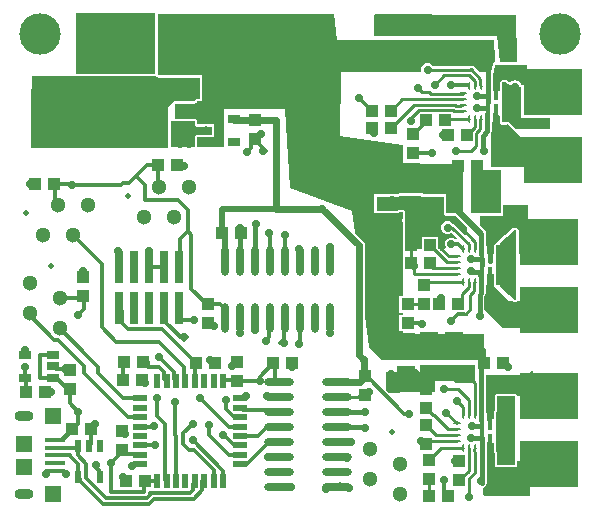
<source format=gtl>
G04*
G04 #@! TF.GenerationSoftware,Altium Limited,CircuitMaker,2.0.3 (2.0.3.51)*
G04*
G04 Layer_Physical_Order=1*
G04 Layer_Color=25308*
%FSLAX25Y25*%
%MOIN*%
G70*
G04*
G04 #@! TF.SameCoordinates,446545F6-0083-4834-B6FB-C9FCCE3C903D*
G04*
G04*
G04 #@! TF.FilePolarity,Positive*
G04*
G01*
G75*
%ADD10C,0.00984*%
%ADD11C,0.01968*%
%ADD16C,0.01181*%
G04:AMPARAMS|DCode=39|XSize=133.86mil|YSize=15.75mil|CornerRadius=3.94mil|HoleSize=0mil|Usage=FLASHONLY|Rotation=90.000|XOffset=0mil|YOffset=0mil|HoleType=Round|Shape=RoundedRectangle|*
%AMROUNDEDRECTD39*
21,1,0.13386,0.00787,0,0,90.0*
21,1,0.12598,0.01575,0,0,90.0*
1,1,0.00787,0.00394,0.06299*
1,1,0.00787,0.00394,-0.06299*
1,1,0.00787,-0.00394,-0.06299*
1,1,0.00787,-0.00394,0.06299*
%
%ADD39ROUNDEDRECTD39*%
%ADD44R,0.02913X0.10984*%
%ADD45R,0.19685X0.15748*%
%ADD46R,0.19685X0.19685*%
%ADD47R,0.02362X0.04331*%
%ADD48R,0.01968X0.04331*%
%ADD49R,0.05512X0.05512*%
%ADD50R,0.07087X0.01575*%
%ADD51O,0.02756X0.09842*%
%ADD52R,0.01968X0.04724*%
%ADD53R,0.04724X0.01968*%
%ADD54O,0.09842X0.02756*%
%ADD55R,0.03937X0.03937*%
G04:AMPARAMS|DCode=56|XSize=9.84mil|YSize=23.62mil|CornerRadius=2.46mil|HoleSize=0mil|Usage=FLASHONLY|Rotation=90.000|XOffset=0mil|YOffset=0mil|HoleType=Round|Shape=RoundedRectangle|*
%AMROUNDEDRECTD56*
21,1,0.00984,0.01870,0,0,90.0*
21,1,0.00492,0.02362,0,0,90.0*
1,1,0.00492,0.00935,0.00246*
1,1,0.00492,0.00935,-0.00246*
1,1,0.00492,-0.00935,-0.00246*
1,1,0.00492,-0.00935,0.00246*
%
%ADD56ROUNDEDRECTD56*%
G04:AMPARAMS|DCode=57|XSize=9.84mil|YSize=23.62mil|CornerRadius=2.46mil|HoleSize=0mil|Usage=FLASHONLY|Rotation=180.000|XOffset=0mil|YOffset=0mil|HoleType=Round|Shape=RoundedRectangle|*
%AMROUNDEDRECTD57*
21,1,0.00984,0.01870,0,0,180.0*
21,1,0.00492,0.02362,0,0,180.0*
1,1,0.00492,-0.00246,0.00935*
1,1,0.00492,0.00246,0.00935*
1,1,0.00492,0.00246,-0.00935*
1,1,0.00492,-0.00246,-0.00935*
%
%ADD57ROUNDEDRECTD57*%
G04:AMPARAMS|DCode=58|XSize=62.01mil|YSize=15.75mil|CornerRadius=3.94mil|HoleSize=0mil|Usage=FLASHONLY|Rotation=90.000|XOffset=0mil|YOffset=0mil|HoleType=Round|Shape=RoundedRectangle|*
%AMROUNDEDRECTD58*
21,1,0.06201,0.00787,0,0,90.0*
21,1,0.05413,0.01575,0,0,90.0*
1,1,0.00787,0.00394,0.02707*
1,1,0.00787,0.00394,-0.02707*
1,1,0.00787,-0.00394,-0.02707*
1,1,0.00787,-0.00394,0.02707*
%
%ADD58ROUNDEDRECTD58*%
%ADD59R,0.03937X0.03937*%
%ADD60R,0.03937X0.02756*%
%ADD61R,0.06299X0.04724*%
%ADD62R,0.02362X0.05512*%
%ADD63R,0.18898X0.07087*%
%ADD64C,0.01575*%
%ADD65C,0.02362*%
%ADD66C,0.01968*%
%ADD67R,0.05118X0.00984*%
%ADD68C,0.05118*%
%ADD69O,0.06299X0.03543*%
%ADD70C,0.02756*%
%ADD71C,0.13780*%
G36*
X161024Y167717D02*
X170472D01*
X170857Y152342D01*
X170508Y151984D01*
X164959D01*
X164173Y160630D01*
X123228D01*
Y167755D01*
X123584Y168106D01*
X161024Y167717D01*
D02*
G37*
G36*
X110776Y159449D02*
X162992D01*
Y152362D01*
X162205Y148819D01*
X158007D01*
X156297Y150529D01*
X156297Y150529D01*
X155874Y150812D01*
X155375Y150911D01*
X154875Y150812D01*
X154747Y150726D01*
X142760D01*
X142229Y151257D01*
X141433Y151587D01*
X140571D01*
X139776Y151257D01*
X139166Y150648D01*
X138837Y149852D01*
Y148991D01*
X138722Y148819D01*
X112154D01*
X112205Y148425D01*
X111614Y127362D01*
X132677Y124286D01*
Y118110D01*
X152756D01*
Y101575D01*
X147739D01*
X147244Y101587D01*
Y107886D01*
X139370D01*
X139370Y108280D01*
X131496D01*
Y108142D01*
X131102Y107886D01*
X130011D01*
X129565Y108071D01*
X128703D01*
X128443Y107963D01*
X128330Y107916D01*
D01*
X128256Y107886D01*
X123228D01*
Y107083D01*
Y102607D01*
Y101587D01*
X131102D01*
Y101724D01*
X131484Y101972D01*
X131497Y101978D01*
X131511Y101980D01*
X132598D01*
X132598Y101980D01*
X132608Y101974D01*
X132608Y101974D01*
X132630Y101952D01*
X132641Y101944D01*
X132649Y101933D01*
X132671Y101911D01*
X132677Y101901D01*
X132677Y101901D01*
X132677Y101901D01*
Y100277D01*
Y100198D01*
X132662Y100120D01*
Y100120D01*
X132661Y100115D01*
Y100115D01*
X132661Y100115D01*
Y100115D01*
X132647Y100046D01*
Y100046D01*
X132647Y100046D01*
X132633Y100012D01*
X132617Y99972D01*
Y99972D01*
X132594Y99918D01*
X132480Y99643D01*
Y99484D01*
Y98942D01*
Y98782D01*
X132541Y98634D01*
Y98634D01*
X132541Y98634D01*
X132552Y98610D01*
X132588Y98523D01*
X132588Y98523D01*
X132588Y98523D01*
Y98523D01*
X132612Y98465D01*
X132617Y98453D01*
Y98453D01*
X132647Y98380D01*
X132662Y98305D01*
X132662Y98305D01*
X132677Y98228D01*
Y98149D01*
Y93701D01*
Y89764D01*
Y88189D01*
Y87795D01*
Y82284D01*
Y74016D01*
X131496D01*
Y68504D01*
X132677D01*
Y67716D01*
X131496D01*
Y62205D01*
X132677D01*
Y61417D01*
X159843D01*
Y52756D01*
X125591D01*
X121359Y56987D01*
X120117Y67305D01*
Y90945D01*
X119990Y91585D01*
X119965Y91713D01*
X119529Y92364D01*
X116769Y95125D01*
X115894Y102389D01*
X95016Y110083D01*
X93297Y136221D01*
X73228D01*
Y123622D01*
X64173D01*
Y126890D01*
X64186Y126955D01*
X64252Y126969D01*
X69685D01*
Y131299D01*
X67065D01*
X66929Y131326D01*
X66793Y131299D01*
X64252D01*
X64186Y131312D01*
X64173Y131378D01*
Y132283D01*
X64112Y132591D01*
X63938Y132851D01*
X63678Y133025D01*
X63370Y133086D01*
X56693D01*
Y138174D01*
X63370D01*
X63448Y138189D01*
X63527D01*
X63600Y138219D01*
X63678Y138235D01*
X63743Y138279D01*
X63816Y138309D01*
X63872Y138365D01*
X63938Y138409D01*
X63938Y138409D01*
D01*
X63982Y138475D01*
X64038Y138530D01*
X64068Y138603D01*
X64112Y138669D01*
X64127Y138747D01*
X64158Y138820D01*
X64171Y138886D01*
X64198Y138952D01*
X64243Y138970D01*
X64252Y138976D01*
X64252Y138976D01*
X64331D01*
X65748D01*
Y147638D01*
X51339D01*
X51260D01*
X51260D01*
X51260Y147638D01*
X51260D01*
X51253Y147642D01*
X51212Y147659D01*
X51181Y147666D01*
Y168110D01*
X109653D01*
X110776Y159449D01*
D02*
G37*
G36*
X50000Y148047D02*
X23622D01*
Y168504D01*
X50000D01*
Y148047D01*
D02*
G37*
G36*
X174016Y144488D02*
X172175D01*
X172106Y144502D01*
X172066Y144561D01*
X171976Y144780D01*
D01*
X171914Y144927D01*
X171418Y145423D01*
X171418Y145424D01*
X171418Y145424D01*
X171305Y145536D01*
X171158Y145598D01*
X171158Y145598D01*
X171158D01*
X170907Y145701D01*
X170509Y145866D01*
X169648D01*
X169250Y145701D01*
X169000Y145598D01*
D01*
X168852Y145536D01*
X168739Y145424D01*
X168739Y145424D01*
X168739Y145423D01*
X168579Y145263D01*
X168569Y145256D01*
X168556D01*
X168225Y145312D01*
X168185Y145327D01*
X168150Y145333D01*
X168117Y145349D01*
X168077Y145361D01*
X168050Y145374D01*
X168049Y145375D01*
X168009Y145401D01*
X167978Y145438D01*
X167978Y145438D01*
X167781Y145733D01*
X167557Y145883D01*
X167523Y145906D01*
X167523Y145906D01*
D01*
X167523Y145906D01*
X167523Y145906D01*
X167390Y145994D01*
X167233Y146026D01*
X167233Y146026D01*
X167233D01*
X167233Y146026D01*
X167007Y146071D01*
X167007D01*
X166929Y146086D01*
X166142D01*
X165681Y145994D01*
X165290Y145733D01*
X165029Y145343D01*
X164937Y144882D01*
Y142224D01*
X163779D01*
X162629Y142368D01*
Y148139D01*
X162636Y148142D01*
X162699Y148202D01*
X162772Y148251D01*
X162811Y148310D01*
X162862Y148358D01*
X162898Y148439D01*
X162946Y148512D01*
X162960Y148581D01*
X162988Y148645D01*
X163552Y151181D01*
X174016D01*
Y144488D01*
D02*
G37*
G36*
X50514Y147219D02*
X50569Y147164D01*
X50613Y147098D01*
X50679Y147054D01*
X50735Y146998D01*
X50808Y146968D01*
X50874Y146924D01*
X50905Y146918D01*
X50946Y146900D01*
X50953Y146896D01*
X51007Y146885D01*
X51025Y146878D01*
X51048Y146874D01*
X51104Y146850D01*
X51183D01*
X51260Y146835D01*
X64945D01*
Y139779D01*
X64252D01*
X64224Y139774D01*
X64195Y139777D01*
X64147Y139764D01*
X64096Y139764D01*
X64023Y139734D01*
X63945Y139718D01*
X63935Y139712D01*
X63935Y139711D01*
X63895Y139695D01*
X63893Y139694D01*
X63892Y139694D01*
X63891Y139693D01*
X63891Y139693D01*
X63835Y139656D01*
X63806Y139644D01*
X63797Y139637D01*
X63775Y139615D01*
X63630Y139519D01*
X63630Y139519D01*
X63509Y139337D01*
X63503Y139332D01*
X63500Y139324D01*
X63456Y139259D01*
X63429Y139193D01*
X63416Y139127D01*
X63386Y139054D01*
X63384Y139042D01*
X63384Y139042D01*
X63370Y138976D01*
X62870Y138976D01*
X56299D01*
X54331Y137008D01*
Y123228D01*
X9055D01*
X8661Y142913D01*
X9055Y143307D01*
Y147244D01*
X50503D01*
X50514Y147219D01*
D02*
G37*
G36*
X167077Y145238D02*
X167111Y145216D01*
X167111Y145216D01*
X167202Y145155D01*
X167310Y144992D01*
X167338Y144964D01*
X167342Y144956D01*
X167351Y144946D01*
X167368Y144916D01*
X167399Y144880D01*
X167460Y144832D01*
X167480Y144808D01*
X167481Y144808D01*
X167482Y144808D01*
X167482Y144807D01*
X167482Y144807D01*
X167508Y144789D01*
X167563Y144734D01*
X167603Y144707D01*
X167635Y144694D01*
X167645Y144686D01*
X167655Y144683D01*
X167686Y144659D01*
X167712Y144645D01*
X167732Y144640D01*
X167743Y144633D01*
X167764Y144628D01*
X167785Y144617D01*
X167821Y144607D01*
X167859Y144588D01*
X167900Y144577D01*
X167939Y144562D01*
X167981Y144554D01*
X168016Y144541D01*
X168052Y144535D01*
X168091Y144520D01*
X168422Y144464D01*
X168434Y144465D01*
X168435Y144464D01*
X168491Y144466D01*
X168556Y144453D01*
X168569D01*
X168657Y144471D01*
X168748Y144473D01*
X168809Y144501D01*
X168876Y144514D01*
X168951Y144564D01*
X169034Y144601D01*
X169044Y144609D01*
X169089Y144657D01*
X169136Y144688D01*
X169137Y144689D01*
X169146Y144695D01*
X169307Y144856D01*
X169307Y144856D01*
X169808Y145063D01*
X170350D01*
X170600Y144960D01*
X170600Y144960D01*
X170851Y144856D01*
X170851Y144856D01*
X171234Y144473D01*
X171324Y144254D01*
X171368Y144188D01*
X171399Y144115D01*
X171438Y144056D01*
X171438Y144056D01*
X171494Y144000D01*
X171498Y143993D01*
X171505Y143989D01*
X171660Y143834D01*
X171862Y143751D01*
X171868Y143746D01*
X171876Y143745D01*
X171949Y143715D01*
X172047Y143255D01*
Y133465D01*
X181890D01*
Y129528D01*
X170427D01*
X168168Y131786D01*
X168168Y131786D01*
X168112Y131842D01*
X168046Y131886D01*
X167991Y131942D01*
X167918Y131972D01*
X167852Y132016D01*
X167852Y132016D01*
X167852Y132016D01*
X167774Y132031D01*
X167701Y132062D01*
X167622D01*
X167545Y132077D01*
X167545Y132077D01*
X167545Y132077D01*
X167467Y132062D01*
X167388D01*
X167315Y132031D01*
X167267Y132022D01*
X167205Y132029D01*
X166951Y132134D01*
X166892Y132177D01*
X166767Y132348D01*
X166164Y144807D01*
X166642Y145283D01*
X166850D01*
X167077Y145238D01*
D02*
G37*
G36*
X63370Y131299D02*
X63432Y130992D01*
X63605Y130731D01*
X63866Y130558D01*
X64173Y130496D01*
X65129D01*
X65539Y129996D01*
X65524Y129921D01*
X65631Y129384D01*
X65936Y128928D01*
X66132Y128731D01*
X66588Y128426D01*
X67126Y128320D01*
X67664Y128426D01*
X68119Y128731D01*
X68382Y129124D01*
X68623Y129123D01*
X68882Y129041D01*
Y127771D01*
X64173D01*
X63866Y127710D01*
X63605Y127536D01*
X63432Y127276D01*
X63370Y126969D01*
Y123622D01*
X55512D01*
Y132283D01*
X63370D01*
Y131299D01*
D02*
G37*
G36*
X163779Y134941D02*
X163878D01*
X164937Y133881D01*
Y132283D01*
X165029Y131823D01*
X165290Y131432D01*
X165681Y131171D01*
X166142Y131079D01*
X166929D01*
X167390Y131171D01*
X167545Y131274D01*
X167545D01*
X167600Y131219D01*
X167601Y131218D01*
X171653Y127165D01*
X174016D01*
Y117323D01*
X173853Y116929D01*
X165432D01*
X165354Y116945D01*
X162205D01*
Y128297D01*
X162212Y128307D01*
X162334Y128922D01*
Y131529D01*
X162530Y131823D01*
X162622Y132283D01*
Y134889D01*
X163026Y135183D01*
X163779Y134941D01*
D02*
G37*
G36*
X138802Y107318D02*
X138802Y107318D01*
X138802Y107318D01*
X138906Y107249D01*
X139063Y107144D01*
X139063Y107144D01*
X139063Y107144D01*
X139370Y107083D01*
X146441D01*
Y101587D01*
X146470Y101442D01*
X146495Y101297D01*
X146501Y101289D01*
X146502Y101279D01*
X146584Y101157D01*
X146663Y101033D01*
X146671Y101027D01*
X146676Y101019D01*
X146799Y100937D01*
X146919Y100853D01*
X146929Y100850D01*
X146937Y100845D01*
X147081Y100816D01*
X147225Y100784D01*
X147720Y100772D01*
X147730Y100774D01*
X147739Y100772D01*
X150217D01*
X153937Y97052D01*
Y94624D01*
X153475Y94433D01*
X150135Y97773D01*
X149712Y98055D01*
X149441Y98110D01*
X148864Y98686D01*
X148068Y99015D01*
X147207D01*
X146411Y98686D01*
X145802Y98077D01*
X145472Y97281D01*
Y96420D01*
X145802Y95624D01*
X146411Y95015D01*
X147207Y94685D01*
X148068D01*
X148864Y95015D01*
X149034Y95184D01*
X150737Y93481D01*
X150561Y92950D01*
X150306Y92914D01*
X150045Y93174D01*
X149249Y93504D01*
X148388D01*
X147592Y93174D01*
X146983Y92565D01*
X146653Y91769D01*
Y90908D01*
X146920Y90264D01*
X146678Y89764D01*
X144758D01*
X144488Y90034D01*
Y93701D01*
X138976D01*
Y89764D01*
X133480D01*
Y92126D01*
Y93701D01*
Y98228D01*
X133465Y98305D01*
Y98384D01*
X133449Y98462D01*
X133449Y98462D01*
X133434Y98536D01*
X133404Y98609D01*
X133389Y98687D01*
X133358Y98760D01*
X133358Y98760D01*
X133358Y98760D01*
D01*
X133358Y98760D01*
X133358Y98760D01*
X133329Y98830D01*
X133329Y98830D01*
X133329Y98830D01*
X133329Y98830D01*
X133306Y98886D01*
X133293Y98917D01*
X133293Y98917D01*
X133293Y98917D01*
X133292Y98921D01*
X133283Y98942D01*
X133283Y98942D01*
Y98942D01*
Y98942D01*
Y99484D01*
Y99484D01*
X133389Y99738D01*
X133389Y99738D01*
X133404Y99816D01*
X133434Y99889D01*
X133448Y99958D01*
Y99958D01*
X133448Y99958D01*
X133449Y99965D01*
X133465Y100041D01*
Y100120D01*
X133480Y100198D01*
Y101901D01*
X133465Y101979D01*
X133465Y102058D01*
X133457Y102076D01*
X133456Y102096D01*
X133456Y102096D01*
X133435Y102139D01*
X133427Y102187D01*
X133427Y102187D01*
X133421Y102197D01*
X133419Y102208D01*
X133413Y102218D01*
X133412Y102218D01*
X133375Y102274D01*
X133345Y102347D01*
X133338Y102357D01*
X133328Y102367D01*
X133322Y102379D01*
X133296Y102402D01*
X133285Y102414D01*
X133261Y102453D01*
X133251Y102459D01*
X133238Y102479D01*
X133216Y102501D01*
X133205Y102508D01*
X133198Y102519D01*
X133176Y102541D01*
X133152Y102557D01*
X133134Y102580D01*
X133098Y102601D01*
X133087Y102612D01*
X133076Y102619D01*
X133054Y102641D01*
X133044Y102648D01*
X133033Y102653D01*
X133023Y102661D01*
X132961Y102685D01*
X132915Y102715D01*
X132915Y102716D01*
X132905Y102722D01*
X132875Y102728D01*
X132862Y102735D01*
X132862Y102735D01*
X132820Y102741D01*
X132755Y102768D01*
X132742D01*
X132730Y102772D01*
X132730Y102772D01*
X132663Y102770D01*
X132598Y102783D01*
X131511D01*
X131497Y102780D01*
X131497Y102780D01*
X131438Y102769D01*
X131364Y102770D01*
X131349Y102767D01*
X131272Y102736D01*
X131190Y102719D01*
X131177Y102714D01*
X131116Y102673D01*
X131059Y102650D01*
X131058Y102650D01*
X131045Y102645D01*
X130664Y102396D01*
X130657Y102389D01*
X124064D01*
X124031Y102607D01*
Y107083D01*
X128256D01*
X128564Y107144D01*
X128863Y107268D01*
X129405D01*
X129704Y107144D01*
X130011Y107083D01*
X131102D01*
X131175Y107097D01*
X131245Y107097D01*
X131245Y107097D01*
X131250Y107097D01*
X131327Y107128D01*
X131410Y107144D01*
X131413Y107147D01*
X131415Y107147D01*
X131472Y107186D01*
X131541Y107213D01*
X131934Y107470D01*
X131941Y107477D01*
X138697D01*
X138802Y107318D01*
D02*
G37*
G36*
X165354Y101575D02*
X155512D01*
Y116142D01*
X165354D01*
Y101575D01*
D02*
G37*
G36*
X174409Y87934D02*
X174311Y87894D01*
X171275D01*
Y95858D01*
X171248Y95997D01*
X171225Y96137D01*
X171217Y96150D01*
X171214Y96166D01*
X171135Y96283D01*
X171062Y96404D01*
X171049Y96413D01*
X171040Y96426D01*
X170922Y96505D01*
X170808Y96588D01*
X170354Y96797D01*
X170216Y96830D01*
X170080Y96868D01*
X170064Y96866D01*
X170049Y96870D01*
X169909Y96847D01*
X169769Y96830D01*
X169755Y96823D01*
X169740Y96820D01*
X169619Y96746D01*
X169496Y96677D01*
X164438Y92342D01*
X164419Y92317D01*
X164393Y92300D01*
X164323Y92195D01*
X164245Y92096D01*
X164236Y92066D01*
X164219Y92040D01*
X164194Y91916D01*
X164160Y91794D01*
X164164Y91763D01*
X164162Y91753D01*
X163712Y91664D01*
X163322Y91403D01*
X163061Y91012D01*
X162969Y90551D01*
Y87894D01*
X161811D01*
X161009Y87884D01*
X160653Y88235D01*
Y90551D01*
X160561Y91012D01*
X160365Y91305D01*
Y91453D01*
X160365Y91453D01*
Y93998D01*
X160429Y94092D01*
X160566Y94784D01*
X160429Y95475D01*
X160037Y96061D01*
X158540Y97558D01*
Y100772D01*
X165354D01*
X165662Y100833D01*
X165922Y101007D01*
X166096Y101268D01*
X166157Y101575D01*
Y104331D01*
X174409D01*
Y87934D01*
D02*
G37*
G36*
X170472Y95858D02*
Y73039D01*
X170018Y72830D01*
X164961Y77165D01*
Y91732D01*
X170018Y96067D01*
X170472Y95858D01*
D02*
G37*
G36*
X162969Y77953D02*
X163061Y77492D01*
X163322Y77101D01*
X163708Y76843D01*
X168110Y72441D01*
X169239D01*
X169496Y72221D01*
X169619Y72151D01*
X169740Y72077D01*
X169755Y72075D01*
X169769Y72067D01*
X169909Y72050D01*
X170049Y72028D01*
X170064Y72032D01*
X170080Y72030D01*
X170216Y72068D01*
X170354Y72101D01*
X170808Y72310D01*
X170922Y72393D01*
X170994Y72441D01*
X175984D01*
Y63386D01*
X166142D01*
X159873Y69654D01*
Y73828D01*
X159895Y73849D01*
X159895Y73849D01*
X160243Y74370D01*
X160365Y74985D01*
Y77199D01*
X160561Y77492D01*
X160653Y77953D01*
Y81496D01*
X162969D01*
Y77953D01*
D02*
G37*
G36*
X156693Y44882D02*
X150394D01*
X149606Y45669D01*
X143307D01*
Y42126D01*
X142520D01*
X142126Y41732D01*
X141732Y42126D01*
X135433D01*
X128052Y41774D01*
X127165Y42662D01*
Y48819D01*
X138189D01*
X140551Y51181D01*
X156693D01*
Y44882D01*
D02*
G37*
G36*
X175984Y48953D02*
Y40551D01*
X170882D01*
X170820Y40858D01*
X170646Y41119D01*
X170386Y41293D01*
X170079Y41354D01*
X164173D01*
X163866Y41293D01*
X163605Y41119D01*
X163432Y40858D01*
X163370Y40551D01*
Y35923D01*
X163322Y35891D01*
X163061Y35500D01*
X162969Y35039D01*
Y33071D01*
X162500D01*
X161811Y32382D01*
X160653Y32451D01*
Y35039D01*
X160561Y35500D01*
X160365Y35793D01*
Y47638D01*
X174016D01*
X175522Y49144D01*
X175984Y48953D01*
D02*
G37*
G36*
X170079Y30709D02*
Y27559D01*
Y17717D01*
X164173D01*
Y40551D01*
X170079D01*
Y30709D01*
D02*
G37*
G36*
X161811Y25098D02*
X162969D01*
Y22441D01*
X163061Y21980D01*
X163322Y21589D01*
X163370Y21557D01*
Y17717D01*
X163432Y17409D01*
X163605Y17149D01*
X163866Y16975D01*
X164173Y16914D01*
X170079D01*
X170386Y16975D01*
X170646Y17149D01*
X170820Y17409D01*
X170882Y17717D01*
Y18898D01*
X175197D01*
Y7480D01*
X159612D01*
X159449Y7874D01*
Y10187D01*
X159888Y10369D01*
X160497Y10978D01*
X160826Y11774D01*
Y12635D01*
X160661Y13035D01*
Y25197D01*
X161713D01*
X161811Y25098D01*
D02*
G37*
D10*
X150394Y122441D02*
X155511D01*
X155512Y122441D01*
X153051Y68012D02*
X153680D01*
X154823Y13341D02*
X156595Y15113D01*
X154823Y10100D02*
Y13341D01*
X154724Y10001D02*
X154823Y10100D01*
X154724Y7087D02*
Y10001D01*
X117815Y40453D02*
X119587D01*
X146358Y147539D02*
X154618D01*
X143307Y144488D02*
X146358Y147539D01*
X141002Y149421D02*
X155190D01*
X155375Y149606D01*
X142043Y141437D02*
X146039D01*
X141543Y141937D02*
X142043Y141437D01*
X139165Y141937D02*
X141543D01*
X145305Y139665D02*
X150620D01*
X145305Y139665D02*
X145305Y139665D01*
X132579Y139665D02*
X145305D01*
X136516Y137697D02*
X150083D01*
X138053Y135925D02*
X149349D01*
X146039Y141437D02*
X152657D01*
X150718Y139567D02*
X152756D01*
X150620Y139665D02*
X150718Y139567D01*
X155375Y149606D02*
X158465Y146516D01*
X146039Y141437D02*
X146039Y141437D01*
X150280Y137500D02*
X151944D01*
X150083Y137697D02*
X150280Y137500D01*
X149349Y135925D02*
X149644Y135630D01*
X151944Y137500D02*
X152141Y137697D01*
X154618Y147539D02*
X156595Y145563D01*
X145276Y23228D02*
X152756D01*
X141339Y19291D02*
X145276Y23228D01*
X147676Y29724D02*
X150787D01*
X143050Y34350D02*
X147676Y29724D01*
X154724Y34252D02*
Y39370D01*
X151184Y42910D02*
X154724Y39370D01*
X146446Y42910D02*
X151184D01*
X142815Y34350D02*
X143050D01*
X140551Y36614D02*
X142815Y34350D01*
X155217Y69549D02*
Y74365D01*
X153680Y68012D02*
X155217Y69549D01*
X143898Y27756D02*
X150787D01*
X140551Y31102D02*
X143898Y27756D01*
X127953Y45669D02*
X129134Y44488D01*
Y43701D02*
Y44488D01*
X119488Y42126D02*
X121260D01*
X153347Y48228D02*
X153937Y47638D01*
X150209Y48228D02*
X153347D01*
X141732Y90945D02*
X147441Y85236D01*
X150787D01*
X148097Y87205D02*
X150787D01*
X145177Y90125D02*
X148097Y87205D01*
X155217Y74365D02*
X156496Y75644D01*
X154724Y77165D02*
Y78740D01*
X152362Y74803D02*
X154724Y77165D01*
X152362Y72441D02*
Y74803D01*
X151181Y71260D02*
X152362Y72441D01*
X135433Y132283D02*
Y133306D01*
X138053Y135925D01*
X128740Y129921D02*
X136516Y137697D01*
Y81299D02*
Y83957D01*
Y81299D02*
X150787D01*
X128740Y135827D02*
X132579Y139665D01*
X137795Y143307D02*
X139165Y141937D01*
X118110Y140157D02*
X122441Y135827D01*
X135707Y90945D02*
X136987Y92224D01*
X135433Y90945D02*
X135707D01*
X85039Y127953D02*
X85384D01*
X107087Y9665D02*
X107874Y10453D01*
X150590Y31693D02*
X150787D01*
X147244Y35039D02*
X150590Y31693D01*
X150000Y18898D02*
X151575D01*
X145276Y71653D02*
Y73228D01*
X144882Y71260D02*
X145276Y71653D01*
X146063Y127559D02*
X147638D01*
X149618Y48819D02*
X150209Y48228D01*
X149606Y48831D02*
X149618Y48819D01*
X150394D01*
X149606D02*
X149618D01*
X142934Y96063D02*
X145177Y93820D01*
X140825Y96063D02*
X142934D01*
X117815Y40453D02*
X119488Y42126D01*
X119587Y40453D02*
X120079Y40945D01*
X83465Y126378D02*
X85039Y127953D01*
X157480Y111024D02*
X163779Y104724D01*
X157087Y103150D02*
Y111417D01*
X134646Y91732D02*
Y99213D01*
X151575Y12598D02*
X154823Y15846D01*
Y21396D01*
X156595Y15113D02*
Y22130D01*
X156496Y22228D02*
Y23031D01*
Y22228D02*
X156595Y22130D01*
X154724Y21495D02*
Y23228D01*
Y21495D02*
X154823Y21396D01*
X156496Y23031D02*
X156693Y23228D01*
X158465Y129581D02*
Y132874D01*
X157185Y128302D02*
X158465Y129581D01*
X157185Y124114D02*
Y128302D01*
X155512Y122441D02*
X157185Y124114D01*
X158465Y132874D02*
X158661Y133071D01*
X157480Y117323D02*
Y118110D01*
Y111024D02*
Y117323D01*
X153937Y47638D02*
X156693Y44882D01*
Y89764D02*
Y92126D01*
X148917Y99901D02*
X156693Y92126D01*
X146374Y99901D02*
X148917D01*
X147637Y96850D02*
X149213D01*
X154724Y89764D02*
Y91339D01*
X149213Y96850D02*
X154724Y91339D01*
X156496Y75644D02*
Y78543D01*
X156693Y78740D01*
X140551Y24803D02*
X141339Y25591D01*
X110827Y40453D02*
X117815D01*
X158465Y144291D02*
Y146516D01*
Y144291D02*
X158661Y144095D01*
X152657Y141437D02*
X152756Y141535D01*
X152141Y137697D02*
X152657D01*
X152756Y137598D01*
X149644Y135630D02*
X152756D01*
X122441Y135827D02*
X122441Y135827D01*
X156595Y144193D02*
X156693Y144095D01*
X156595Y144193D02*
Y145563D01*
X136221Y127953D02*
X140551Y132283D01*
Y132677D01*
X146850D02*
X147244Y133071D01*
X154724D01*
X153937Y127559D02*
X156693Y130315D01*
Y133071D01*
X157087Y111417D02*
X157480Y111024D01*
Y109055D02*
Y111024D01*
Y109055D02*
X159449Y107087D01*
X163779Y104724D02*
Y110630D01*
Y103543D02*
Y104724D01*
X157087Y103150D02*
X159449Y105512D01*
Y107087D01*
X134646Y91732D02*
X135433Y90945D01*
X145177Y90125D02*
Y93820D01*
X135433Y85039D02*
Y90945D01*
X141732D02*
X141852D01*
X135433Y85039D02*
X136516Y83957D01*
X142717Y83268D02*
X150787D01*
X141732Y84252D02*
X142717Y83268D01*
X134252Y71260D02*
X139764D01*
Y77559D02*
X140945Y78740D01*
X152756D01*
X134646Y45669D02*
X135433D01*
X127953D02*
X128347Y46063D01*
X156693Y34252D02*
Y44882D01*
X150787Y38976D02*
X152756Y37008D01*
X141339Y7480D02*
Y12992D01*
Y25591D02*
X150000D01*
X149803Y25787D02*
X150000Y25591D01*
X149803Y25787D02*
X150787D01*
X152756Y34252D02*
Y37008D01*
D11*
X15354Y84016D02*
D03*
X7087Y101575D02*
D03*
X41063Y107323D02*
D03*
X128976Y28622D02*
D03*
D16*
X48720Y83563D02*
X53051D01*
X58071Y66339D02*
X58268Y66142D01*
X58071Y66339D02*
Y69882D01*
X58268Y66142D02*
X62992D01*
X59842Y60236D02*
X60630D01*
X53051Y69882D02*
X53150Y69784D01*
X53543Y65512D02*
Y68898D01*
X48031Y84252D02*
X48720Y83563D01*
X59724Y59331D02*
X60630Y60236D01*
X48031Y88976D02*
X48819D01*
X52658Y69784D02*
X53543Y68898D01*
Y65512D02*
X59724Y59331D01*
X52658Y69784D02*
X53150D01*
X53051Y69882D02*
Y71850D01*
X37992Y69980D02*
Y70768D01*
X37795Y87500D02*
Y88976D01*
X50394Y110236D02*
X51181Y111024D01*
X73228Y46063D02*
X77953D01*
X25472Y73504D02*
X26378Y72598D01*
X16535Y111417D02*
X22441D01*
X38189Y23228D02*
X38976Y22441D01*
X150984Y67913D02*
X153051D01*
X148819Y65748D02*
X150984Y67913D01*
X113799Y20453D02*
X114173Y20079D01*
X110827Y20453D02*
X113799D01*
X53543Y12598D02*
Y31226D01*
X45079Y30512D02*
X49409D01*
X49606Y30709D01*
X50787Y33982D02*
X53543Y31226D01*
X50787Y33982D02*
Y40157D01*
X56693Y27587D02*
X57087Y27193D01*
Y12205D02*
Y27193D01*
X56693Y27587D02*
Y38583D01*
X49803Y24213D02*
X50000Y24409D01*
X59449Y24680D02*
X61294Y22835D01*
X59449Y24680D02*
Y28346D01*
X62964Y22835D02*
X69685Y16114D01*
X61294Y22835D02*
X62964D01*
X69685Y12205D02*
Y16114D01*
X59449Y28346D02*
X62598Y31496D01*
X72835Y12205D02*
Y15748D01*
X62598Y25984D02*
X72835Y15748D01*
X53543Y12598D02*
X53937Y12205D01*
X68110Y27829D02*
X74876Y21063D01*
X68110Y27829D02*
Y31102D01*
X148819Y144488D02*
X154331D01*
X62205Y76378D02*
X66929Y71653D01*
X62205Y76378D02*
Y94488D01*
X40945Y62992D02*
X52362D01*
X38976Y64961D02*
X40945Y62992D01*
X38976Y64961D02*
Y68996D01*
X52362Y62992D02*
X63779Y51575D01*
X37992Y69980D02*
X38976Y68996D01*
X91732Y58268D02*
X92913Y59449D01*
X87008Y59055D02*
X88189Y60236D01*
Y63898D01*
X91732Y58268D02*
X92913D01*
X98228Y58071D02*
X98425Y58268D01*
X84949Y47153D02*
X89370Y51575D01*
X84949Y45669D02*
Y47153D01*
X87539Y30453D02*
X91535D01*
X84449Y27362D02*
X87539Y30453D01*
X78543Y27362D02*
X84449D01*
X39370Y51575D02*
X39764Y51968D01*
X39370Y46063D02*
Y51575D01*
X32283Y63555D02*
X37177Y58661D01*
X32283Y63555D02*
Y84803D01*
X51575Y58661D02*
X59842Y50394D01*
X37177Y58661D02*
X51575D01*
X59842Y46063D02*
Y50394D01*
X56299Y46457D02*
X57087Y45669D01*
X56299Y46457D02*
Y48819D01*
X51575Y53543D02*
X56299Y48819D01*
X46063Y51968D02*
X47638D01*
Y50394D02*
Y51968D01*
X51358Y50394D02*
X53150Y48602D01*
X47638Y50394D02*
X51358D01*
X53150Y46457D02*
X53937Y45669D01*
X53150Y46457D02*
Y48602D01*
X57874Y105905D02*
X61024Y102756D01*
X46850Y105905D02*
X57874D01*
X46850D02*
Y111024D01*
X43824Y114049D02*
X46850Y111024D01*
X41429Y111653D02*
X43824Y114049D01*
X65748Y9272D02*
Y12205D01*
X24409Y13780D02*
X25197Y12992D01*
Y12393D02*
Y12992D01*
Y12393D02*
X32866Y4724D01*
X48425Y8445D02*
X49024D01*
X49044Y8465D01*
X55492D01*
X27165Y13209D02*
Y18138D01*
Y13209D02*
X33681Y6693D01*
X47272D01*
X55532Y8465D02*
X61791D01*
X48425Y7846D02*
Y8445D01*
X62972Y6496D02*
X65748Y9272D01*
X49859Y6496D02*
X62972D01*
X32866Y4724D02*
X48087D01*
X65748Y12205D02*
X66535D01*
X48087Y4724D02*
X49859Y6496D01*
X47272Y6693D02*
X48425Y7846D01*
X55492Y8465D02*
X55512Y8484D01*
X55512D01*
X55532Y8465D01*
X61791D02*
X62598Y9272D01*
Y11417D01*
X62598D01*
X63386Y12205D01*
X20017Y49409D02*
X21654D01*
X16142Y46850D02*
X17126D01*
X20669Y43307D01*
X21654D01*
X24409Y31496D02*
Y35433D01*
X26547Y50618D02*
X26547Y48256D01*
X17717Y59449D02*
X26547Y50618D01*
X16535Y59449D02*
X17717D01*
X26547Y48256D02*
X29134Y45669D01*
X8268Y67716D02*
X16535Y59449D01*
X8268Y67716D02*
Y68504D01*
X133194Y34646D02*
X134646D01*
X31102Y48425D02*
X39567Y39961D01*
X29134Y45669D02*
X41142Y33661D01*
X31102Y48425D02*
Y50394D01*
X39567Y39961D02*
X45079D01*
X41142Y33661D02*
X45079D01*
X64961Y40157D02*
X74606Y30512D01*
X79331Y36024D02*
X91535D01*
X78543Y36811D02*
X79331Y36024D01*
X91535Y35453D02*
Y36024D01*
X76398Y33661D02*
X78543D01*
X73622Y36437D02*
Y39370D01*
Y36437D02*
X76398Y33661D01*
X74876Y21063D02*
X78543D01*
X72835Y27559D02*
X73051D01*
X76398Y24213D02*
X78543D01*
X73051Y27559D02*
X76398Y24213D01*
X80689Y17913D02*
X88366Y25591D01*
X78543Y17913D02*
X80689D01*
X88366Y25591D02*
X91398D01*
X120596Y47244D02*
X133194Y34646D01*
X120079Y47244D02*
X120596D01*
X148819Y91338D02*
X151083D01*
X26378Y69685D02*
Y72598D01*
X24409Y67716D02*
X26378Y69685D01*
X74606Y30512D02*
X78543D01*
X89370Y51575D02*
X90158Y50787D01*
Y45669D02*
Y50787D01*
X47492Y117717D02*
X51181D01*
X43824Y114049D02*
X47492Y117717D01*
X39269Y111653D02*
X41429D01*
X22598Y94488D02*
X32283Y84803D01*
X22047Y20472D02*
X24409Y18110D01*
X22047Y20472D02*
X22047D01*
X18268Y63228D02*
X27362Y54134D01*
X6693Y54331D02*
Y55905D01*
X80561Y40699D02*
X80807Y40453D01*
X18268Y63228D02*
Y63504D01*
X114350Y10453D02*
X114655Y10148D01*
X69291Y64173D02*
X69685D01*
X68898Y63779D02*
X69291Y64173D01*
X73347Y66535D02*
Y69567D01*
X71653Y71260D02*
X73347Y69567D01*
X67716Y71260D02*
X71653D01*
X59449Y117323D02*
X59646D01*
X61024Y95669D02*
Y102756D01*
X80708Y122047D02*
X82087Y123425D01*
Y125000D01*
X83254Y126167D01*
X21654Y38312D02*
Y43307D01*
X16929Y49803D02*
X20017D01*
X30315Y16929D02*
Y16929D01*
X31890Y13780D02*
Y15354D01*
X30315Y16929D02*
X31890Y15354D01*
X38639Y111024D02*
X39269Y111653D01*
X22441Y111024D02*
X38639D01*
X77559Y45669D02*
X84949D01*
X45669Y46063D02*
X46654Y45079D01*
X20472Y14665D02*
Y14961D01*
X13780Y14567D02*
Y14961D01*
X14567Y15748D01*
X51181Y111024D02*
Y116535D01*
X45394Y100236D02*
X46850Y98779D01*
X16811Y105394D02*
Y111142D01*
X16535Y111417D02*
X16811Y111142D01*
X90039Y20453D02*
X91535D01*
X14567Y15748D02*
X16634D01*
X41929Y17913D02*
X42520Y17323D01*
X28346Y29134D02*
X28740D01*
Y29528D01*
Y24606D02*
Y29134D01*
X28150Y24016D02*
X28740Y24606D01*
X83254Y126167D02*
X87008Y122413D01*
X107874Y10453D02*
X110827D01*
X106910D02*
X107874D01*
X111604Y11230D02*
X112598Y10236D01*
X110827Y10453D02*
X111604Y11230D01*
X66929Y129921D02*
X67126Y129724D01*
X67716Y64961D02*
X68898Y63779D01*
X142520Y121653D02*
X142520Y121653D01*
X136221Y121653D02*
X142520D01*
X151083Y91338D02*
X152657Y89764D01*
X138583Y64961D02*
X138976Y64567D01*
X134252Y64961D02*
X138583D01*
X159055Y86220D02*
X159055Y86221D01*
X155511Y82284D02*
X155512Y82284D01*
X155905Y81890D01*
X159055D02*
Y84252D01*
X159055Y26772D02*
X159055Y26772D01*
Y28740D01*
Y30315D01*
X155511Y30512D02*
X155709Y30709D01*
X158661D02*
X159055Y30315D01*
X146457Y8661D02*
Y12598D01*
Y8661D02*
X147638Y7480D01*
X93307Y94488D02*
X93347Y85827D01*
X88189Y94882D02*
X88346Y94724D01*
Y85827D02*
Y94724D01*
X57480Y117323D02*
Y118504D01*
X21654Y38312D02*
X24532Y35433D01*
X21654Y49213D02*
X21654Y49213D01*
X28740Y30315D02*
X29921Y31496D01*
X28740Y29528D02*
Y30315D01*
X24409Y35433D02*
X24532D01*
X16142Y50591D02*
X16929Y49803D01*
X13386Y42126D02*
X15354D01*
X6693Y46850D02*
X7087Y46457D01*
Y42126D02*
Y46457D01*
X27362Y54134D02*
X31102Y50394D01*
X22441Y111024D02*
Y111417D01*
X25984Y80315D02*
Y82284D01*
X24055Y67716D02*
X24409D01*
X18268Y73504D02*
X25472D01*
X8268Y111417D02*
X10236D01*
X108346Y66535D02*
X109134Y65748D01*
X98347Y66535D02*
X98425Y66457D01*
Y58268D02*
Y66457D01*
X92913Y66102D02*
X93347Y66535D01*
X92913Y59449D02*
Y66102D01*
X91319Y45669D02*
X91535Y45453D01*
X91398Y25591D02*
X91535Y25453D01*
X61024Y95669D02*
X62205Y94488D01*
X58268Y92913D02*
X61024Y95669D01*
X58071Y83563D02*
X58268Y83760D01*
Y92913D01*
X77559Y51968D02*
Y52756D01*
X70079Y51575D02*
X70866Y52362D01*
X63386Y51181D02*
X63779Y51575D01*
X63386Y45669D02*
Y51181D01*
X59842Y46063D02*
X60236Y45669D01*
X38976D02*
X39370Y46063D01*
X72835Y45669D02*
X73228Y46063D01*
X16634Y25984D02*
X18110D01*
X41929Y17913D02*
X45079D01*
X35433Y8661D02*
X46457D01*
X24409Y20894D02*
X27165Y18138D01*
X24409Y20894D02*
Y24016D01*
X22441Y29528D02*
X24409Y31496D01*
X11811Y46850D02*
X16142D01*
X11811D02*
Y54331D01*
X38976Y22441D02*
X40157Y21260D01*
X38976Y22441D02*
Y22835D01*
Y22047D02*
Y22441D01*
X35433Y18504D02*
X38976Y22047D01*
X45079Y24213D02*
X49803D01*
X44882Y21260D02*
X45079Y21063D01*
X40157Y21260D02*
X44882D01*
X46850Y12205D02*
X50787D01*
X46457Y8661D02*
Y11417D01*
X37795Y29134D02*
X38189Y29528D01*
X35433Y8661D02*
Y18504D01*
X24409Y13780D02*
Y18110D01*
X21654Y20866D02*
X22047Y20472D01*
X19685Y15748D02*
X20472Y14961D01*
X16634Y15748D02*
X19685D01*
X16651Y20866D02*
X21654D01*
X44882Y24409D02*
X45079Y24213D01*
X38189Y29528D02*
X38583D01*
X6693Y46850D02*
Y50394D01*
X11811Y54331D02*
X16142D01*
X23819Y23425D02*
X24409Y24016D01*
X16634Y23425D02*
X23819D01*
D39*
X159055Y28740D02*
D03*
X164567D02*
D03*
X159055Y84252D02*
D03*
X164567D02*
D03*
X161024Y138583D02*
D03*
X166535D02*
D03*
D44*
X48031Y69980D02*
D03*
X43012Y83563D02*
D03*
Y69980D02*
D03*
X37992Y83563D02*
D03*
Y69980D02*
D03*
X48031Y83563D02*
D03*
X53051Y69882D02*
D03*
Y83563D02*
D03*
X58071Y69882D02*
D03*
Y83563D02*
D03*
D45*
X181496Y18110D02*
D03*
Y40748D02*
D03*
X181496Y69291D02*
D03*
Y91929D02*
D03*
X182677Y119488D02*
D03*
Y142126D02*
D03*
D46*
X18504Y133071D02*
D03*
X34252Y157874D02*
D03*
D47*
X24409Y13780D02*
D03*
X31890D02*
D03*
Y24016D02*
D03*
X24409D02*
D03*
D48*
X28150D02*
D03*
D49*
X15945Y7874D02*
D03*
X6299Y17126D02*
D03*
Y24606D02*
D03*
X15945Y33858D02*
D03*
D50*
X16634Y23425D02*
D03*
Y15748D02*
D03*
Y18307D02*
D03*
X16651Y20866D02*
D03*
X16634Y25984D02*
D03*
D51*
X73347Y66535D02*
D03*
X78347D02*
D03*
X83346D02*
D03*
X88346D02*
D03*
X93347D02*
D03*
X98347D02*
D03*
X103347D02*
D03*
X108346D02*
D03*
X73347Y85827D02*
D03*
X78347D02*
D03*
X83346D02*
D03*
X88346D02*
D03*
X93347D02*
D03*
X98347D02*
D03*
X103347D02*
D03*
X108346D02*
D03*
D52*
X72835Y45669D02*
D03*
X69685D02*
D03*
X66535D02*
D03*
X63386D02*
D03*
X60236D02*
D03*
X57087D02*
D03*
X53937D02*
D03*
X50787D02*
D03*
X72835Y12205D02*
D03*
X69685D02*
D03*
X66535D02*
D03*
X63386D02*
D03*
X60236D02*
D03*
X57087D02*
D03*
X53937D02*
D03*
X50787D02*
D03*
D53*
X78543Y39961D02*
D03*
Y36811D02*
D03*
Y33661D02*
D03*
Y30512D02*
D03*
Y27362D02*
D03*
Y24213D02*
D03*
Y21063D02*
D03*
Y17913D02*
D03*
X45079Y39961D02*
D03*
Y36811D02*
D03*
Y33661D02*
D03*
Y30512D02*
D03*
Y27362D02*
D03*
Y24213D02*
D03*
Y21063D02*
D03*
Y17913D02*
D03*
D54*
X91535Y45453D02*
D03*
Y40453D02*
D03*
Y35453D02*
D03*
Y30453D02*
D03*
Y25453D02*
D03*
Y20453D02*
D03*
Y15453D02*
D03*
Y10453D02*
D03*
X110827Y45453D02*
D03*
Y40453D02*
D03*
Y35453D02*
D03*
Y30453D02*
D03*
Y25453D02*
D03*
Y20453D02*
D03*
Y15453D02*
D03*
Y10453D02*
D03*
D55*
X141339Y12992D02*
D03*
Y19291D02*
D03*
X139764Y71260D02*
D03*
Y77559D02*
D03*
X25984Y74016D02*
D03*
Y80315D02*
D03*
X77559Y45669D02*
D03*
Y51968D02*
D03*
X120079Y47244D02*
D03*
Y40945D02*
D03*
X140551Y24803D02*
D03*
Y31102D02*
D03*
X151575Y12598D02*
D03*
Y18898D02*
D03*
X67716Y71260D02*
D03*
Y64961D02*
D03*
X83465Y126378D02*
D03*
Y132677D02*
D03*
X134252Y71260D02*
D03*
Y64961D02*
D03*
X140551Y42913D02*
D03*
Y36614D02*
D03*
X38976Y22835D02*
D03*
Y29134D02*
D03*
X136221Y127953D02*
D03*
Y121653D02*
D03*
X60236Y135827D02*
D03*
Y129528D02*
D03*
X21654Y49213D02*
D03*
Y42913D02*
D03*
D56*
X150787Y29724D02*
D03*
Y27756D02*
D03*
Y31693D02*
D03*
Y25787D02*
D03*
Y85236D02*
D03*
Y83268D02*
D03*
Y87205D02*
D03*
Y81299D02*
D03*
X152756Y139567D02*
D03*
Y137598D02*
D03*
Y141535D02*
D03*
Y135630D02*
D03*
D57*
Y23228D02*
D03*
X154724D02*
D03*
X156693D02*
D03*
X152756Y34252D02*
D03*
X154724D02*
D03*
X156693D02*
D03*
X152756Y78740D02*
D03*
X154724D02*
D03*
X156693D02*
D03*
X152756Y89764D02*
D03*
X154724D02*
D03*
X156693D02*
D03*
X154724Y133071D02*
D03*
X156693D02*
D03*
X158661D02*
D03*
X154724Y144095D02*
D03*
X156693D02*
D03*
X158661D02*
D03*
D58*
X161811Y25098D02*
D03*
Y32382D02*
D03*
Y80610D02*
D03*
Y87894D02*
D03*
X163779Y134941D02*
D03*
Y142224D02*
D03*
D59*
X46063Y51968D02*
D03*
X39764D02*
D03*
X140551Y132677D02*
D03*
X146850D02*
D03*
X10236Y111417D02*
D03*
X16535D02*
D03*
X141339Y7480D02*
D03*
X147638D02*
D03*
X28740Y29528D02*
D03*
X22441D02*
D03*
X46850Y12205D02*
D03*
X40551D02*
D03*
X45669Y46063D02*
D03*
X39370D02*
D03*
X51181Y117717D02*
D03*
X57480D02*
D03*
X95669Y51575D02*
D03*
X89370D02*
D03*
X135433Y90945D02*
D03*
X141732D02*
D03*
X128740Y129921D02*
D03*
X122441D02*
D03*
X122441Y135827D02*
D03*
X128740D02*
D03*
X151181Y71260D02*
D03*
X144882D02*
D03*
X153937Y127559D02*
D03*
X147638D02*
D03*
X7087Y42126D02*
D03*
X13386D02*
D03*
X70079Y51575D02*
D03*
X63779D02*
D03*
X135433Y85039D02*
D03*
X141732D02*
D03*
X159843Y51575D02*
D03*
X166142D02*
D03*
X161417Y153937D02*
D03*
X167717D02*
D03*
X72441Y94882D02*
D03*
X78740D02*
D03*
X151181Y117323D02*
D03*
X157480D02*
D03*
D60*
X16142Y50591D02*
D03*
Y46850D02*
D03*
Y54331D02*
D03*
X6693D02*
D03*
Y46850D02*
D03*
X66929Y129134D02*
D03*
Y125394D02*
D03*
Y132874D02*
D03*
X76378Y125394D02*
D03*
Y132874D02*
D03*
D61*
X127165Y115736D02*
D03*
Y104736D02*
D03*
X149606Y59831D02*
D03*
Y48831D02*
D03*
X141339Y59831D02*
D03*
Y48831D02*
D03*
X143307Y115736D02*
D03*
Y104736D02*
D03*
X137008Y153949D02*
D03*
Y164949D02*
D03*
X144882Y153949D02*
D03*
Y164949D02*
D03*
X133858Y59437D02*
D03*
Y48437D02*
D03*
X135433Y116130D02*
D03*
Y105130D02*
D03*
X153543Y153949D02*
D03*
Y164949D02*
D03*
D62*
X62992Y165354D02*
D03*
X58031D02*
D03*
X52992D02*
D03*
X48031D02*
D03*
D63*
X55512Y143307D02*
D03*
D64*
X119547Y30453D02*
X120079Y29921D01*
X83346Y85827D02*
Y97520D01*
X83858Y98031D01*
X155511Y86220D02*
X159055D01*
X159055Y11811D02*
Y26772D01*
X157480Y140551D02*
X161024D01*
X148819Y104724D02*
X150787Y102756D01*
X19488Y26575D02*
X22441Y29528D01*
X78347Y95276D02*
Y96653D01*
Y95276D02*
X78740Y94882D01*
X158760Y50492D02*
X159449Y51181D01*
X158760Y32563D02*
Y50492D01*
X159449Y51181D02*
X159843Y51575D01*
X158661Y12205D02*
X159055Y11811D01*
X159252Y123031D02*
Y127445D01*
Y123031D02*
X159842Y122441D01*
X159055Y136614D02*
X160630D01*
X157480D02*
X159055D01*
X160728Y128922D02*
Y134760D01*
X159252Y127445D02*
X160728Y128922D01*
X158760Y91453D02*
Y94784D01*
Y91453D02*
X158760Y91453D01*
Y88074D02*
Y91453D01*
Y74985D02*
Y80429D01*
X158268Y74493D02*
X158760Y74985D01*
X158268Y80922D02*
Y81890D01*
Y80922D02*
X158760Y80429D01*
X158268Y67323D02*
Y74493D01*
X155905Y81890D02*
X158268D01*
X161024Y140551D02*
Y153543D01*
X161417Y153937D01*
X157480Y136615D02*
X157480Y136614D01*
X157480Y140551D02*
X157480Y140551D01*
X161024Y138583D02*
Y140551D01*
X159055Y84252D02*
Y86221D01*
X148819Y104724D02*
Y107087D01*
X179134Y98819D02*
X181496Y96457D01*
X161811Y85827D02*
Y87894D01*
X155511Y26772D02*
X159055D01*
X155709Y30709D02*
X158661D01*
X110827Y30453D02*
X119547D01*
X120059Y35453D02*
X120079Y35433D01*
X110827Y35453D02*
X120059D01*
X78347Y94488D02*
X78740Y94882D01*
X78347Y85827D02*
Y94488D01*
D65*
X115098Y25453D02*
X115354Y25197D01*
X76378Y132677D02*
X83465D01*
X90551Y103150D02*
X105905D01*
X83465Y132677D02*
X90551D01*
Y104134D02*
Y132677D01*
X110827Y25453D02*
X115098D01*
X105905Y103150D02*
X118110Y90945D01*
Y54331D02*
Y90945D01*
Y54331D02*
X119685Y52756D01*
X118287Y45453D02*
X120079Y47244D01*
X110827Y45453D02*
X118287D01*
X179921Y148819D02*
X182283Y146457D01*
X119685Y47638D02*
Y52756D01*
D66*
X72441Y103150D02*
X90551D01*
X72441Y94882D02*
Y103150D01*
X159449Y51181D02*
Y55905D01*
X150787Y102756D02*
X158760Y94784D01*
X159449Y50787D02*
Y51181D01*
X180315Y69685D02*
X181496Y70866D01*
X156496Y55905D02*
X159449D01*
X181102Y15748D02*
X181496Y16142D01*
X180709Y42520D02*
X181496Y41732D01*
X119685Y47638D02*
X120079Y47244D01*
X73347Y85827D02*
Y93976D01*
X72441Y94882D02*
X73347Y93976D01*
D67*
X166437Y29725D02*
D03*
X166437Y25788D02*
D03*
X166437Y27756D02*
D03*
X166437Y31693D02*
D03*
X166437Y85236D02*
D03*
X166437Y81300D02*
D03*
X166437Y83267D02*
D03*
X166437Y87205D02*
D03*
X168405Y139567D02*
D03*
X168405Y135630D02*
D03*
X168405Y137598D02*
D03*
X168405Y141535D02*
D03*
D68*
X8268Y78504D02*
D03*
X18268Y63504D02*
D03*
X8268Y68504D02*
D03*
X18268Y73504D02*
D03*
X17598Y104488D02*
D03*
X22598Y94488D02*
D03*
X27598Y104488D02*
D03*
X12598Y94488D02*
D03*
X51575Y110236D02*
D03*
X56575Y100236D02*
D03*
X61575Y110236D02*
D03*
X46575Y100236D02*
D03*
X131890Y18110D02*
D03*
X121890Y13110D02*
D03*
X131890Y8110D02*
D03*
X121890Y23110D02*
D03*
D69*
X6299Y7874D02*
D03*
Y33858D02*
D03*
D70*
X62992Y66142D02*
D03*
X48031Y88976D02*
D03*
X59842Y60236D02*
D03*
X37795Y88976D02*
D03*
X44488Y150000D02*
D03*
X41732Y163386D02*
D03*
X36614D02*
D03*
X27165Y163779D02*
D03*
X150394Y122441D02*
D03*
X163588Y109875D02*
D03*
X174803Y131102D02*
D03*
X148819Y65748D02*
D03*
X154724Y7087D02*
D03*
X120079Y29921D02*
D03*
X115354Y25197D02*
D03*
X114173Y20079D02*
D03*
X49606Y30709D02*
D03*
X56693Y38583D02*
D03*
X87795Y20472D02*
D03*
X50000Y24409D02*
D03*
X62598Y25984D02*
D03*
X141002Y149421D02*
D03*
X143307Y144488D02*
D03*
X148819Y144488D02*
D03*
X98032Y89764D02*
D03*
X83465Y62750D02*
D03*
X87008Y59055D02*
D03*
X78347Y61811D02*
D03*
X92913Y58268D02*
D03*
X98228Y58071D02*
D03*
X83858Y98031D02*
D03*
X51575Y53543D02*
D03*
X93307Y94488D02*
D03*
X129134Y43701D02*
D03*
X50787Y40157D02*
D03*
X64961D02*
D03*
X72835Y27559D02*
D03*
X121260Y42126D02*
D03*
X95669Y50394D02*
D03*
X148819Y91338D02*
D03*
X155511Y86220D02*
D03*
X123228Y128347D02*
D03*
X135433Y132283D02*
D03*
X137795Y143307D02*
D03*
X118110Y140157D02*
D03*
X136987Y92224D02*
D03*
X140921Y95982D02*
D03*
X6693Y55905D02*
D03*
X87402Y40551D02*
D03*
X80561Y40699D02*
D03*
X86221Y122441D02*
D03*
X114655Y10148D02*
D03*
X107087Y9665D02*
D03*
X125591Y164173D02*
D03*
X129921Y164961D02*
D03*
X31890Y162205D02*
D03*
X151181Y164961D02*
D03*
X142520D02*
D03*
X134252D02*
D03*
X69685Y64173D02*
D03*
X59646Y117323D02*
D03*
X80708Y122047D02*
D03*
X85384Y127953D02*
D03*
X30315Y17717D02*
D03*
X20017Y49545D02*
D03*
X84949Y45669D02*
D03*
X75590Y50787D02*
D03*
X73622Y39370D02*
D03*
X40157Y27953D02*
D03*
X78347Y96653D02*
D03*
X108268Y61811D02*
D03*
X95276Y10236D02*
D03*
X68504Y52756D02*
D03*
X46654Y45079D02*
D03*
X39370Y13780D02*
D03*
X20472Y14665D02*
D03*
X13780Y14567D02*
D03*
X136516Y83957D02*
D03*
X141732Y47244D02*
D03*
X146457Y49213D02*
D03*
X147244Y35039D02*
D03*
X133071Y105905D02*
D03*
X150000Y18898D02*
D03*
X145276Y73228D02*
D03*
X108346Y90315D02*
D03*
X129134Y105905D02*
D03*
X134646Y99213D02*
D03*
X146063Y127559D02*
D03*
X155315Y46260D02*
D03*
X170079Y143701D02*
D03*
X169986Y132877D02*
D03*
X178347Y131102D02*
D03*
X162430Y114628D02*
D03*
X142126Y104331D02*
D03*
X168504Y78740D02*
D03*
Y75590D02*
D03*
Y88976D02*
D03*
X168898Y92520D02*
D03*
X167717Y50394D02*
D03*
X168110Y38189D02*
D03*
Y33858D02*
D03*
X168189Y24478D02*
D03*
X168110Y19685D02*
D03*
X136774Y48249D02*
D03*
X128740Y48031D02*
D03*
X138583Y25591D02*
D03*
X8268Y111417D02*
D03*
X25984Y82284D02*
D03*
X42520Y17323D02*
D03*
X29921Y31496D02*
D03*
X15354Y42126D02*
D03*
X146063Y157874D02*
D03*
X151181D02*
D03*
X154724Y157480D02*
D03*
X159449Y157087D02*
D03*
X158661Y12205D02*
D03*
X159842Y122441D02*
D03*
X64961Y129134D02*
D03*
X58268Y124803D02*
D03*
Y129528D02*
D03*
X61417Y124803D02*
D03*
X27559Y159449D02*
D03*
X37008Y159055D02*
D03*
X42126Y159449D02*
D03*
X29921Y156299D02*
D03*
X42520Y153150D02*
D03*
X25984Y149606D02*
D03*
X148819Y103543D02*
D03*
X147637Y96850D02*
D03*
X158268Y67323D02*
D03*
X38976Y149606D02*
D03*
X30315D02*
D03*
X34646D02*
D03*
X39370Y155905D02*
D03*
X37008Y152756D02*
D03*
X32283D02*
D03*
X34646Y155512D02*
D03*
X25984D02*
D03*
X28346Y152362D02*
D03*
X157480Y136614D02*
D03*
X157480Y140551D02*
D03*
X105905Y103150D02*
D03*
X142520Y121653D02*
D03*
X150000Y112205D02*
D03*
X142913Y113779D02*
D03*
X134646Y114173D02*
D03*
X138976Y64567D02*
D03*
X119685Y52756D02*
D03*
X155512Y82284D02*
D03*
X146446Y42910D02*
D03*
X150787Y38976D02*
D03*
X134646Y34646D02*
D03*
X140157Y54331D02*
D03*
Y58268D02*
D03*
X156496Y55905D02*
D03*
X157087Y59842D02*
D03*
X155709Y30709D02*
D03*
X155511Y26772D02*
D03*
X146457Y12598D02*
D03*
X120079Y35433D02*
D03*
X88189Y94882D02*
D03*
X24532Y35433D02*
D03*
X24409Y67716D02*
D03*
X22441Y111024D02*
D03*
X68110Y31102D02*
D03*
X62598Y31496D02*
D03*
X35433Y18504D02*
D03*
X6693Y50394D02*
D03*
D71*
X185039Y161417D02*
D03*
X11811D02*
D03*
M02*

</source>
